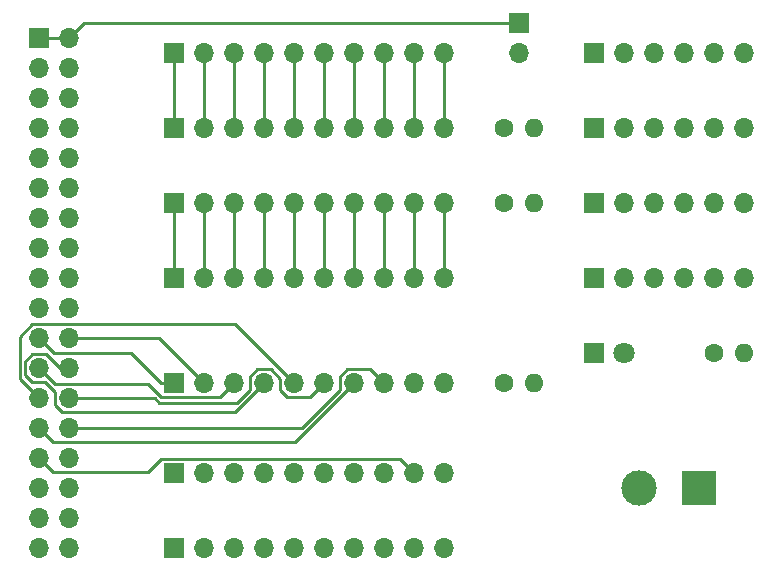
<source format=gbr>
G04 #@! TF.GenerationSoftware,KiCad,Pcbnew,(5.1.2-1)-1*
G04 #@! TF.CreationDate,2019-07-02T22:52:59+10:00*
G04 #@! TF.ProjectId,pcb_combined,7063625f-636f-46d6-9269-6e65642e6b69,rev?*
G04 #@! TF.SameCoordinates,Original*
G04 #@! TF.FileFunction,Copper,L2,Bot*
G04 #@! TF.FilePolarity,Positive*
%FSLAX46Y46*%
G04 Gerber Fmt 4.6, Leading zero omitted, Abs format (unit mm)*
G04 Created by KiCad (PCBNEW (5.1.2-1)-1) date 2019-07-02 22:52:59*
%MOMM*%
%LPD*%
G04 APERTURE LIST*
%ADD10O,1.700000X1.700000*%
%ADD11R,1.700000X1.700000*%
%ADD12O,1.600000X1.600000*%
%ADD13C,1.600000*%
%ADD14C,3.000000*%
%ADD15R,3.000000X3.000000*%
%ADD16C,1.800000*%
%ADD17R,1.800000X1.800000*%
%ADD18C,0.250000*%
G04 APERTURE END LIST*
D10*
X85090000Y-34290000D03*
D11*
X85090000Y-31750000D03*
D12*
X86360000Y-46990000D03*
D13*
X83820000Y-46990000D03*
D12*
X86360000Y-62230000D03*
D13*
X83820000Y-62230000D03*
D12*
X86360000Y-40640000D03*
D13*
X83820000Y-40640000D03*
D10*
X104140000Y-46990000D03*
X101600000Y-46990000D03*
X99060000Y-46990000D03*
X96520000Y-46990000D03*
X93980000Y-46990000D03*
D11*
X91440000Y-46990000D03*
D10*
X104140000Y-53340000D03*
X101600000Y-53340000D03*
X99060000Y-53340000D03*
X96520000Y-53340000D03*
X93980000Y-53340000D03*
D11*
X91440000Y-53340000D03*
D10*
X78740000Y-76200000D03*
X76200000Y-76200000D03*
X73660000Y-76200000D03*
X71120000Y-76200000D03*
X68580000Y-76200000D03*
X66040000Y-76200000D03*
X63500000Y-76200000D03*
X60960000Y-76200000D03*
X58420000Y-76200000D03*
D11*
X55880000Y-76200000D03*
D10*
X78740000Y-69850000D03*
X76200000Y-69850000D03*
X73660000Y-69850000D03*
X71120000Y-69850000D03*
X68580000Y-69850000D03*
X66040000Y-69850000D03*
X63500000Y-69850000D03*
X60960000Y-69850000D03*
X58420000Y-69850000D03*
D11*
X55880000Y-69850000D03*
D10*
X78740000Y-53340000D03*
X76200000Y-53340000D03*
X73660000Y-53340000D03*
X71120000Y-53340000D03*
X68580000Y-53340000D03*
X66040000Y-53340000D03*
X63500000Y-53340000D03*
X60960000Y-53340000D03*
X58420000Y-53340000D03*
D11*
X55880000Y-53340000D03*
D10*
X78740000Y-40640000D03*
X76200000Y-40640000D03*
X73660000Y-40640000D03*
X71120000Y-40640000D03*
X68580000Y-40640000D03*
X66040000Y-40640000D03*
X63500000Y-40640000D03*
X60960000Y-40640000D03*
X58420000Y-40640000D03*
D11*
X55880000Y-40640000D03*
D14*
X95250000Y-71120000D03*
D15*
X100330000Y-71120000D03*
D12*
X104140000Y-59690000D03*
D13*
X101600000Y-59690000D03*
D10*
X104140000Y-40640000D03*
X101600000Y-40640000D03*
X99060000Y-40640000D03*
X96520000Y-40640000D03*
X93980000Y-40640000D03*
D11*
X91440000Y-40640000D03*
D10*
X104140000Y-34290000D03*
X101600000Y-34290000D03*
X99060000Y-34290000D03*
X96520000Y-34290000D03*
X93980000Y-34290000D03*
D11*
X91440000Y-34290000D03*
D10*
X78740000Y-46990000D03*
X76200000Y-46990000D03*
X73660000Y-46990000D03*
X71120000Y-46990000D03*
X68580000Y-46990000D03*
X66040000Y-46990000D03*
X63500000Y-46990000D03*
X60960000Y-46990000D03*
X58420000Y-46990000D03*
D11*
X55880000Y-46990000D03*
D10*
X78740000Y-62230000D03*
X76200000Y-62230000D03*
X73660000Y-62230000D03*
X71120000Y-62230000D03*
X68580000Y-62230000D03*
X66040000Y-62230000D03*
X63500000Y-62230000D03*
X60960000Y-62230000D03*
X58420000Y-62230000D03*
D11*
X55880000Y-62230000D03*
D10*
X46990000Y-76200000D03*
X44450000Y-76200000D03*
X46990000Y-73660000D03*
X44450000Y-73660000D03*
X46990000Y-71120000D03*
X44450000Y-71120000D03*
X46990000Y-68580000D03*
X44450000Y-68580000D03*
X46990000Y-66040000D03*
X44450000Y-66040000D03*
X46990000Y-63500000D03*
X44450000Y-63500000D03*
X46990000Y-60960000D03*
X44450000Y-60960000D03*
X46990000Y-58420000D03*
X44450000Y-58420000D03*
X46990000Y-55880000D03*
X44450000Y-55880000D03*
X46990000Y-53340000D03*
X44450000Y-53340000D03*
X46990000Y-50800000D03*
X44450000Y-50800000D03*
X46990000Y-48260000D03*
X44450000Y-48260000D03*
X46990000Y-45720000D03*
X44450000Y-45720000D03*
X46990000Y-43180000D03*
X44450000Y-43180000D03*
X46990000Y-40640000D03*
X44450000Y-40640000D03*
X46990000Y-38100000D03*
X44450000Y-38100000D03*
X46990000Y-35560000D03*
X44450000Y-35560000D03*
X46990000Y-33020000D03*
D11*
X44450000Y-33020000D03*
D10*
X78740000Y-34290000D03*
X76200000Y-34290000D03*
X73660000Y-34290000D03*
X71120000Y-34290000D03*
X68580000Y-34290000D03*
X66040000Y-34290000D03*
X63500000Y-34290000D03*
X60960000Y-34290000D03*
X58420000Y-34290000D03*
D11*
X55880000Y-34290000D03*
D16*
X93980000Y-59690000D03*
D17*
X91440000Y-59690000D03*
D18*
X78740000Y-34290000D02*
X78740000Y-40640000D01*
X73660000Y-34290000D02*
X73660000Y-40640000D01*
X71120000Y-34290000D02*
X71120000Y-40640000D01*
X68580000Y-34290000D02*
X68580000Y-40640000D01*
X66040000Y-34290000D02*
X66040000Y-40640000D01*
X63500000Y-34290000D02*
X63500000Y-40640000D01*
X60960000Y-34290000D02*
X60960000Y-40640000D01*
X58420000Y-34290000D02*
X58420000Y-40640000D01*
X55880000Y-34290000D02*
X55880000Y-40640000D01*
X48260000Y-31750000D02*
X46990000Y-33020000D01*
X85090000Y-31750000D02*
X48260000Y-31750000D01*
X46990000Y-33020000D02*
X44450000Y-33020000D01*
X75350001Y-69000001D02*
X76200000Y-69850000D01*
X75024999Y-68674999D02*
X75350001Y-69000001D01*
X54769999Y-68674999D02*
X75024999Y-68674999D01*
X53689997Y-69755001D02*
X54769999Y-68674999D01*
X45625001Y-69755001D02*
X53689997Y-69755001D01*
X44450000Y-68580000D02*
X45625001Y-69755001D01*
X70555999Y-61054999D02*
X72484999Y-61054999D01*
X69944999Y-61665999D02*
X70555999Y-61054999D01*
X69944999Y-62768591D02*
X69944999Y-61665999D01*
X72810001Y-61380001D02*
X73660000Y-62230000D01*
X72484999Y-61054999D02*
X72810001Y-61380001D01*
X66673590Y-66040000D02*
X69944999Y-62768591D01*
X46990000Y-66040000D02*
X66673590Y-66040000D01*
X70270001Y-63079999D02*
X71120000Y-62230000D01*
X66134999Y-67215001D02*
X70270001Y-63079999D01*
X45625001Y-67215001D02*
X66134999Y-67215001D01*
X44450000Y-66040000D02*
X45625001Y-67215001D01*
X67730001Y-63079999D02*
X68580000Y-62230000D01*
X65475999Y-63405001D02*
X67404999Y-63405001D01*
X64864999Y-62794001D02*
X65475999Y-63405001D01*
X64864999Y-61855997D02*
X64864999Y-62794001D01*
X64064001Y-61054999D02*
X64864999Y-61855997D01*
X62935999Y-61054999D02*
X64064001Y-61054999D01*
X62324999Y-62768591D02*
X62324999Y-61665999D01*
X62324999Y-61665999D02*
X62935999Y-61054999D01*
X61238579Y-63855011D02*
X62324999Y-62768591D01*
X67404999Y-63405001D02*
X67730001Y-63079999D01*
X54583599Y-63855011D02*
X61238579Y-63855011D01*
X54228588Y-63500000D02*
X54583599Y-63855011D01*
X46990000Y-63500000D02*
X54228588Y-63500000D01*
X65190001Y-61380001D02*
X66040000Y-62230000D01*
X61054999Y-57244999D02*
X65190001Y-61380001D01*
X43885999Y-57244999D02*
X61054999Y-57244999D01*
X42824990Y-58306008D02*
X43885999Y-57244999D01*
X42824990Y-61874990D02*
X42824990Y-58306008D01*
X44450000Y-63500000D02*
X42824990Y-61874990D01*
X62650001Y-63079999D02*
X63500000Y-62230000D01*
X61054999Y-64675001D02*
X62650001Y-63079999D01*
X46425999Y-64675001D02*
X61054999Y-64675001D01*
X45814999Y-64064001D02*
X46425999Y-64675001D01*
X45814999Y-62961409D02*
X45814999Y-64064001D01*
X44988591Y-62135001D02*
X45814999Y-62961409D01*
X43885999Y-62135001D02*
X44988591Y-62135001D01*
X43274999Y-61524001D02*
X43885999Y-62135001D01*
X43274999Y-60395999D02*
X43274999Y-61524001D01*
X43885999Y-59784999D02*
X43274999Y-60395999D01*
X45014001Y-59784999D02*
X43885999Y-59784999D01*
X46189002Y-60960000D02*
X45014001Y-59784999D01*
X46990000Y-60960000D02*
X46189002Y-60960000D01*
X60110001Y-63079999D02*
X60960000Y-62230000D01*
X59784999Y-63405001D02*
X60110001Y-63079999D01*
X54769999Y-63405001D02*
X59784999Y-63405001D01*
X53689997Y-62324999D02*
X54769999Y-63405001D01*
X45814999Y-62324999D02*
X53689997Y-62324999D01*
X44450000Y-60960000D02*
X45814999Y-62324999D01*
X54610000Y-58420000D02*
X58420000Y-62230000D01*
X46990000Y-58420000D02*
X54610000Y-58420000D01*
X54780000Y-62230000D02*
X55880000Y-62230000D01*
X45720000Y-59690000D02*
X52240000Y-59690000D01*
X52240000Y-59690000D02*
X54780000Y-62230000D01*
X44450000Y-58420000D02*
X45720000Y-59690000D01*
X76200000Y-46990000D02*
X76200000Y-53340000D01*
X73660000Y-46990000D02*
X73660000Y-53340000D01*
X71120000Y-46990000D02*
X71120000Y-53340000D01*
X68580000Y-46990000D02*
X68580000Y-53340000D01*
X66040000Y-46990000D02*
X66040000Y-53340000D01*
X63500000Y-46990000D02*
X63500000Y-53340000D01*
X60960000Y-46990000D02*
X60960000Y-53340000D01*
X58420000Y-46990000D02*
X58420000Y-53340000D01*
X55880000Y-46990000D02*
X55880000Y-53340000D01*
X76200000Y-34290000D02*
X76200000Y-40640000D01*
X78740000Y-53340000D02*
X78740000Y-50800000D01*
X78740000Y-46990000D02*
X78740000Y-50800000D01*
M02*

</source>
